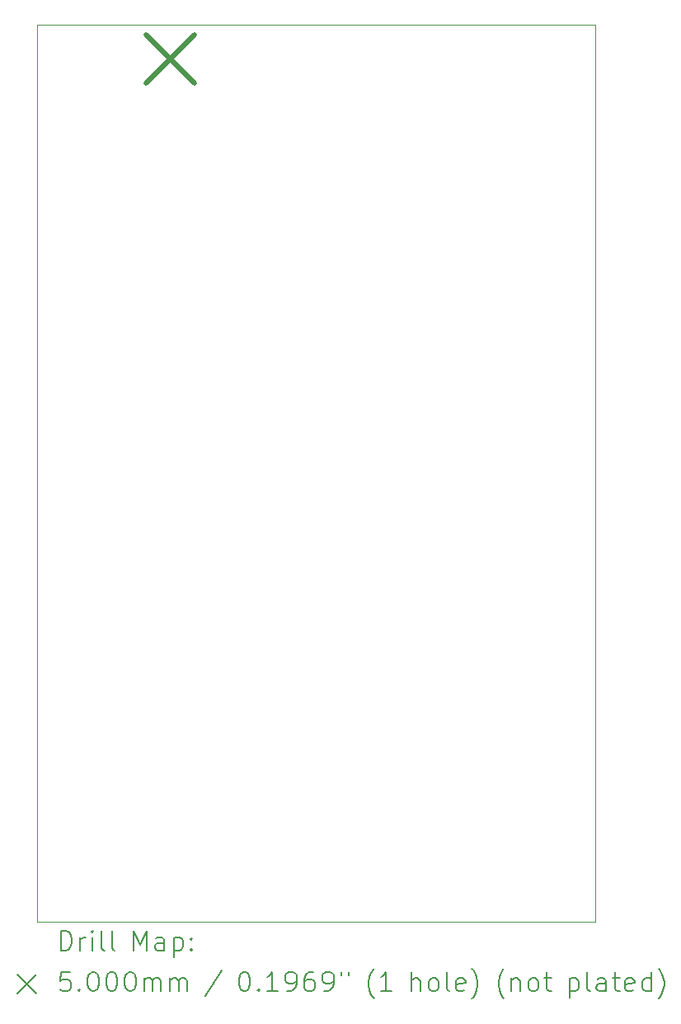
<source format=gbr>
%TF.GenerationSoftware,KiCad,Pcbnew,(7.0.0)*%
%TF.CreationDate,2023-02-19T21:47:51+01:00*%
%TF.ProjectId,Glitchifier9000,476c6974-6368-4696-9669-657239303030,rev?*%
%TF.SameCoordinates,Original*%
%TF.FileFunction,Drillmap*%
%TF.FilePolarity,Positive*%
%FSLAX45Y45*%
G04 Gerber Fmt 4.5, Leading zero omitted, Abs format (unit mm)*
G04 Created by KiCad (PCBNEW (7.0.0)) date 2023-02-19 21:47:51*
%MOMM*%
%LPD*%
G01*
G04 APERTURE LIST*
%ADD10C,0.038100*%
%ADD11C,0.200000*%
%ADD12C,0.500000*%
G04 APERTURE END LIST*
D10*
X10541000Y-4762500D02*
X16273780Y-4762500D01*
X16273780Y-4762500D02*
X16273780Y-13972540D01*
X16273780Y-13972540D02*
X10541000Y-13972540D01*
X10541000Y-13972540D02*
X10541000Y-4762500D01*
D11*
D12*
X11662600Y-4868100D02*
X12162600Y-5368100D01*
X12162600Y-4868100D02*
X11662600Y-5368100D01*
D11*
X10786714Y-14267921D02*
X10786714Y-14067921D01*
X10786714Y-14067921D02*
X10834333Y-14067921D01*
X10834333Y-14067921D02*
X10862905Y-14077445D01*
X10862905Y-14077445D02*
X10881952Y-14096493D01*
X10881952Y-14096493D02*
X10891476Y-14115540D01*
X10891476Y-14115540D02*
X10901000Y-14153635D01*
X10901000Y-14153635D02*
X10901000Y-14182207D01*
X10901000Y-14182207D02*
X10891476Y-14220302D01*
X10891476Y-14220302D02*
X10881952Y-14239350D01*
X10881952Y-14239350D02*
X10862905Y-14258397D01*
X10862905Y-14258397D02*
X10834333Y-14267921D01*
X10834333Y-14267921D02*
X10786714Y-14267921D01*
X10986714Y-14267921D02*
X10986714Y-14134588D01*
X10986714Y-14172683D02*
X10996238Y-14153635D01*
X10996238Y-14153635D02*
X11005762Y-14144112D01*
X11005762Y-14144112D02*
X11024809Y-14134588D01*
X11024809Y-14134588D02*
X11043857Y-14134588D01*
X11110524Y-14267921D02*
X11110524Y-14134588D01*
X11110524Y-14067921D02*
X11101000Y-14077445D01*
X11101000Y-14077445D02*
X11110524Y-14086969D01*
X11110524Y-14086969D02*
X11120047Y-14077445D01*
X11120047Y-14077445D02*
X11110524Y-14067921D01*
X11110524Y-14067921D02*
X11110524Y-14086969D01*
X11234333Y-14267921D02*
X11215285Y-14258397D01*
X11215285Y-14258397D02*
X11205762Y-14239350D01*
X11205762Y-14239350D02*
X11205762Y-14067921D01*
X11339095Y-14267921D02*
X11320047Y-14258397D01*
X11320047Y-14258397D02*
X11310523Y-14239350D01*
X11310523Y-14239350D02*
X11310523Y-14067921D01*
X11535285Y-14267921D02*
X11535285Y-14067921D01*
X11535285Y-14067921D02*
X11601952Y-14210778D01*
X11601952Y-14210778D02*
X11668619Y-14067921D01*
X11668619Y-14067921D02*
X11668619Y-14267921D01*
X11849571Y-14267921D02*
X11849571Y-14163159D01*
X11849571Y-14163159D02*
X11840047Y-14144112D01*
X11840047Y-14144112D02*
X11821000Y-14134588D01*
X11821000Y-14134588D02*
X11782904Y-14134588D01*
X11782904Y-14134588D02*
X11763857Y-14144112D01*
X11849571Y-14258397D02*
X11830523Y-14267921D01*
X11830523Y-14267921D02*
X11782904Y-14267921D01*
X11782904Y-14267921D02*
X11763857Y-14258397D01*
X11763857Y-14258397D02*
X11754333Y-14239350D01*
X11754333Y-14239350D02*
X11754333Y-14220302D01*
X11754333Y-14220302D02*
X11763857Y-14201254D01*
X11763857Y-14201254D02*
X11782904Y-14191731D01*
X11782904Y-14191731D02*
X11830523Y-14191731D01*
X11830523Y-14191731D02*
X11849571Y-14182207D01*
X11944809Y-14134588D02*
X11944809Y-14334588D01*
X11944809Y-14144112D02*
X11963857Y-14134588D01*
X11963857Y-14134588D02*
X12001952Y-14134588D01*
X12001952Y-14134588D02*
X12021000Y-14144112D01*
X12021000Y-14144112D02*
X12030523Y-14153635D01*
X12030523Y-14153635D02*
X12040047Y-14172683D01*
X12040047Y-14172683D02*
X12040047Y-14229826D01*
X12040047Y-14229826D02*
X12030523Y-14248873D01*
X12030523Y-14248873D02*
X12021000Y-14258397D01*
X12021000Y-14258397D02*
X12001952Y-14267921D01*
X12001952Y-14267921D02*
X11963857Y-14267921D01*
X11963857Y-14267921D02*
X11944809Y-14258397D01*
X12125762Y-14248873D02*
X12135285Y-14258397D01*
X12135285Y-14258397D02*
X12125762Y-14267921D01*
X12125762Y-14267921D02*
X12116238Y-14258397D01*
X12116238Y-14258397D02*
X12125762Y-14248873D01*
X12125762Y-14248873D02*
X12125762Y-14267921D01*
X12125762Y-14144112D02*
X12135285Y-14153635D01*
X12135285Y-14153635D02*
X12125762Y-14163159D01*
X12125762Y-14163159D02*
X12116238Y-14153635D01*
X12116238Y-14153635D02*
X12125762Y-14144112D01*
X12125762Y-14144112D02*
X12125762Y-14163159D01*
X10339095Y-14514445D02*
X10539095Y-14714445D01*
X10539095Y-14514445D02*
X10339095Y-14714445D01*
X10881952Y-14487921D02*
X10786714Y-14487921D01*
X10786714Y-14487921D02*
X10777190Y-14583159D01*
X10777190Y-14583159D02*
X10786714Y-14573635D01*
X10786714Y-14573635D02*
X10805762Y-14564112D01*
X10805762Y-14564112D02*
X10853381Y-14564112D01*
X10853381Y-14564112D02*
X10872428Y-14573635D01*
X10872428Y-14573635D02*
X10881952Y-14583159D01*
X10881952Y-14583159D02*
X10891476Y-14602207D01*
X10891476Y-14602207D02*
X10891476Y-14649826D01*
X10891476Y-14649826D02*
X10881952Y-14668873D01*
X10881952Y-14668873D02*
X10872428Y-14678397D01*
X10872428Y-14678397D02*
X10853381Y-14687921D01*
X10853381Y-14687921D02*
X10805762Y-14687921D01*
X10805762Y-14687921D02*
X10786714Y-14678397D01*
X10786714Y-14678397D02*
X10777190Y-14668873D01*
X10977190Y-14668873D02*
X10986714Y-14678397D01*
X10986714Y-14678397D02*
X10977190Y-14687921D01*
X10977190Y-14687921D02*
X10967666Y-14678397D01*
X10967666Y-14678397D02*
X10977190Y-14668873D01*
X10977190Y-14668873D02*
X10977190Y-14687921D01*
X11110524Y-14487921D02*
X11129571Y-14487921D01*
X11129571Y-14487921D02*
X11148619Y-14497445D01*
X11148619Y-14497445D02*
X11158143Y-14506969D01*
X11158143Y-14506969D02*
X11167666Y-14526016D01*
X11167666Y-14526016D02*
X11177190Y-14564112D01*
X11177190Y-14564112D02*
X11177190Y-14611731D01*
X11177190Y-14611731D02*
X11167666Y-14649826D01*
X11167666Y-14649826D02*
X11158143Y-14668873D01*
X11158143Y-14668873D02*
X11148619Y-14678397D01*
X11148619Y-14678397D02*
X11129571Y-14687921D01*
X11129571Y-14687921D02*
X11110524Y-14687921D01*
X11110524Y-14687921D02*
X11091476Y-14678397D01*
X11091476Y-14678397D02*
X11081952Y-14668873D01*
X11081952Y-14668873D02*
X11072428Y-14649826D01*
X11072428Y-14649826D02*
X11062905Y-14611731D01*
X11062905Y-14611731D02*
X11062905Y-14564112D01*
X11062905Y-14564112D02*
X11072428Y-14526016D01*
X11072428Y-14526016D02*
X11081952Y-14506969D01*
X11081952Y-14506969D02*
X11091476Y-14497445D01*
X11091476Y-14497445D02*
X11110524Y-14487921D01*
X11301000Y-14487921D02*
X11320047Y-14487921D01*
X11320047Y-14487921D02*
X11339095Y-14497445D01*
X11339095Y-14497445D02*
X11348619Y-14506969D01*
X11348619Y-14506969D02*
X11358143Y-14526016D01*
X11358143Y-14526016D02*
X11367666Y-14564112D01*
X11367666Y-14564112D02*
X11367666Y-14611731D01*
X11367666Y-14611731D02*
X11358143Y-14649826D01*
X11358143Y-14649826D02*
X11348619Y-14668873D01*
X11348619Y-14668873D02*
X11339095Y-14678397D01*
X11339095Y-14678397D02*
X11320047Y-14687921D01*
X11320047Y-14687921D02*
X11301000Y-14687921D01*
X11301000Y-14687921D02*
X11281952Y-14678397D01*
X11281952Y-14678397D02*
X11272428Y-14668873D01*
X11272428Y-14668873D02*
X11262904Y-14649826D01*
X11262904Y-14649826D02*
X11253381Y-14611731D01*
X11253381Y-14611731D02*
X11253381Y-14564112D01*
X11253381Y-14564112D02*
X11262904Y-14526016D01*
X11262904Y-14526016D02*
X11272428Y-14506969D01*
X11272428Y-14506969D02*
X11281952Y-14497445D01*
X11281952Y-14497445D02*
X11301000Y-14487921D01*
X11491476Y-14487921D02*
X11510524Y-14487921D01*
X11510524Y-14487921D02*
X11529571Y-14497445D01*
X11529571Y-14497445D02*
X11539095Y-14506969D01*
X11539095Y-14506969D02*
X11548619Y-14526016D01*
X11548619Y-14526016D02*
X11558143Y-14564112D01*
X11558143Y-14564112D02*
X11558143Y-14611731D01*
X11558143Y-14611731D02*
X11548619Y-14649826D01*
X11548619Y-14649826D02*
X11539095Y-14668873D01*
X11539095Y-14668873D02*
X11529571Y-14678397D01*
X11529571Y-14678397D02*
X11510524Y-14687921D01*
X11510524Y-14687921D02*
X11491476Y-14687921D01*
X11491476Y-14687921D02*
X11472428Y-14678397D01*
X11472428Y-14678397D02*
X11462904Y-14668873D01*
X11462904Y-14668873D02*
X11453381Y-14649826D01*
X11453381Y-14649826D02*
X11443857Y-14611731D01*
X11443857Y-14611731D02*
X11443857Y-14564112D01*
X11443857Y-14564112D02*
X11453381Y-14526016D01*
X11453381Y-14526016D02*
X11462904Y-14506969D01*
X11462904Y-14506969D02*
X11472428Y-14497445D01*
X11472428Y-14497445D02*
X11491476Y-14487921D01*
X11643857Y-14687921D02*
X11643857Y-14554588D01*
X11643857Y-14573635D02*
X11653381Y-14564112D01*
X11653381Y-14564112D02*
X11672428Y-14554588D01*
X11672428Y-14554588D02*
X11701000Y-14554588D01*
X11701000Y-14554588D02*
X11720047Y-14564112D01*
X11720047Y-14564112D02*
X11729571Y-14583159D01*
X11729571Y-14583159D02*
X11729571Y-14687921D01*
X11729571Y-14583159D02*
X11739095Y-14564112D01*
X11739095Y-14564112D02*
X11758143Y-14554588D01*
X11758143Y-14554588D02*
X11786714Y-14554588D01*
X11786714Y-14554588D02*
X11805762Y-14564112D01*
X11805762Y-14564112D02*
X11815285Y-14583159D01*
X11815285Y-14583159D02*
X11815285Y-14687921D01*
X11910524Y-14687921D02*
X11910524Y-14554588D01*
X11910524Y-14573635D02*
X11920047Y-14564112D01*
X11920047Y-14564112D02*
X11939095Y-14554588D01*
X11939095Y-14554588D02*
X11967666Y-14554588D01*
X11967666Y-14554588D02*
X11986714Y-14564112D01*
X11986714Y-14564112D02*
X11996238Y-14583159D01*
X11996238Y-14583159D02*
X11996238Y-14687921D01*
X11996238Y-14583159D02*
X12005762Y-14564112D01*
X12005762Y-14564112D02*
X12024809Y-14554588D01*
X12024809Y-14554588D02*
X12053381Y-14554588D01*
X12053381Y-14554588D02*
X12072428Y-14564112D01*
X12072428Y-14564112D02*
X12081952Y-14583159D01*
X12081952Y-14583159D02*
X12081952Y-14687921D01*
X12440047Y-14478397D02*
X12268619Y-14735540D01*
X12664809Y-14487921D02*
X12683857Y-14487921D01*
X12683857Y-14487921D02*
X12702905Y-14497445D01*
X12702905Y-14497445D02*
X12712428Y-14506969D01*
X12712428Y-14506969D02*
X12721952Y-14526016D01*
X12721952Y-14526016D02*
X12731476Y-14564112D01*
X12731476Y-14564112D02*
X12731476Y-14611731D01*
X12731476Y-14611731D02*
X12721952Y-14649826D01*
X12721952Y-14649826D02*
X12712428Y-14668873D01*
X12712428Y-14668873D02*
X12702905Y-14678397D01*
X12702905Y-14678397D02*
X12683857Y-14687921D01*
X12683857Y-14687921D02*
X12664809Y-14687921D01*
X12664809Y-14687921D02*
X12645762Y-14678397D01*
X12645762Y-14678397D02*
X12636238Y-14668873D01*
X12636238Y-14668873D02*
X12626714Y-14649826D01*
X12626714Y-14649826D02*
X12617190Y-14611731D01*
X12617190Y-14611731D02*
X12617190Y-14564112D01*
X12617190Y-14564112D02*
X12626714Y-14526016D01*
X12626714Y-14526016D02*
X12636238Y-14506969D01*
X12636238Y-14506969D02*
X12645762Y-14497445D01*
X12645762Y-14497445D02*
X12664809Y-14487921D01*
X12817190Y-14668873D02*
X12826714Y-14678397D01*
X12826714Y-14678397D02*
X12817190Y-14687921D01*
X12817190Y-14687921D02*
X12807666Y-14678397D01*
X12807666Y-14678397D02*
X12817190Y-14668873D01*
X12817190Y-14668873D02*
X12817190Y-14687921D01*
X13017190Y-14687921D02*
X12902905Y-14687921D01*
X12960047Y-14687921D02*
X12960047Y-14487921D01*
X12960047Y-14487921D02*
X12941000Y-14516493D01*
X12941000Y-14516493D02*
X12921952Y-14535540D01*
X12921952Y-14535540D02*
X12902905Y-14545064D01*
X13112428Y-14687921D02*
X13150524Y-14687921D01*
X13150524Y-14687921D02*
X13169571Y-14678397D01*
X13169571Y-14678397D02*
X13179095Y-14668873D01*
X13179095Y-14668873D02*
X13198143Y-14640302D01*
X13198143Y-14640302D02*
X13207666Y-14602207D01*
X13207666Y-14602207D02*
X13207666Y-14526016D01*
X13207666Y-14526016D02*
X13198143Y-14506969D01*
X13198143Y-14506969D02*
X13188619Y-14497445D01*
X13188619Y-14497445D02*
X13169571Y-14487921D01*
X13169571Y-14487921D02*
X13131476Y-14487921D01*
X13131476Y-14487921D02*
X13112428Y-14497445D01*
X13112428Y-14497445D02*
X13102905Y-14506969D01*
X13102905Y-14506969D02*
X13093381Y-14526016D01*
X13093381Y-14526016D02*
X13093381Y-14573635D01*
X13093381Y-14573635D02*
X13102905Y-14592683D01*
X13102905Y-14592683D02*
X13112428Y-14602207D01*
X13112428Y-14602207D02*
X13131476Y-14611731D01*
X13131476Y-14611731D02*
X13169571Y-14611731D01*
X13169571Y-14611731D02*
X13188619Y-14602207D01*
X13188619Y-14602207D02*
X13198143Y-14592683D01*
X13198143Y-14592683D02*
X13207666Y-14573635D01*
X13379095Y-14487921D02*
X13341000Y-14487921D01*
X13341000Y-14487921D02*
X13321952Y-14497445D01*
X13321952Y-14497445D02*
X13312428Y-14506969D01*
X13312428Y-14506969D02*
X13293381Y-14535540D01*
X13293381Y-14535540D02*
X13283857Y-14573635D01*
X13283857Y-14573635D02*
X13283857Y-14649826D01*
X13283857Y-14649826D02*
X13293381Y-14668873D01*
X13293381Y-14668873D02*
X13302905Y-14678397D01*
X13302905Y-14678397D02*
X13321952Y-14687921D01*
X13321952Y-14687921D02*
X13360047Y-14687921D01*
X13360047Y-14687921D02*
X13379095Y-14678397D01*
X13379095Y-14678397D02*
X13388619Y-14668873D01*
X13388619Y-14668873D02*
X13398143Y-14649826D01*
X13398143Y-14649826D02*
X13398143Y-14602207D01*
X13398143Y-14602207D02*
X13388619Y-14583159D01*
X13388619Y-14583159D02*
X13379095Y-14573635D01*
X13379095Y-14573635D02*
X13360047Y-14564112D01*
X13360047Y-14564112D02*
X13321952Y-14564112D01*
X13321952Y-14564112D02*
X13302905Y-14573635D01*
X13302905Y-14573635D02*
X13293381Y-14583159D01*
X13293381Y-14583159D02*
X13283857Y-14602207D01*
X13493381Y-14687921D02*
X13531476Y-14687921D01*
X13531476Y-14687921D02*
X13550524Y-14678397D01*
X13550524Y-14678397D02*
X13560047Y-14668873D01*
X13560047Y-14668873D02*
X13579095Y-14640302D01*
X13579095Y-14640302D02*
X13588619Y-14602207D01*
X13588619Y-14602207D02*
X13588619Y-14526016D01*
X13588619Y-14526016D02*
X13579095Y-14506969D01*
X13579095Y-14506969D02*
X13569571Y-14497445D01*
X13569571Y-14497445D02*
X13550524Y-14487921D01*
X13550524Y-14487921D02*
X13512428Y-14487921D01*
X13512428Y-14487921D02*
X13493381Y-14497445D01*
X13493381Y-14497445D02*
X13483857Y-14506969D01*
X13483857Y-14506969D02*
X13474333Y-14526016D01*
X13474333Y-14526016D02*
X13474333Y-14573635D01*
X13474333Y-14573635D02*
X13483857Y-14592683D01*
X13483857Y-14592683D02*
X13493381Y-14602207D01*
X13493381Y-14602207D02*
X13512428Y-14611731D01*
X13512428Y-14611731D02*
X13550524Y-14611731D01*
X13550524Y-14611731D02*
X13569571Y-14602207D01*
X13569571Y-14602207D02*
X13579095Y-14592683D01*
X13579095Y-14592683D02*
X13588619Y-14573635D01*
X13664809Y-14487921D02*
X13664809Y-14526016D01*
X13741000Y-14487921D02*
X13741000Y-14526016D01*
X14003857Y-14764112D02*
X13994333Y-14754588D01*
X13994333Y-14754588D02*
X13975286Y-14726016D01*
X13975286Y-14726016D02*
X13965762Y-14706969D01*
X13965762Y-14706969D02*
X13956238Y-14678397D01*
X13956238Y-14678397D02*
X13946714Y-14630778D01*
X13946714Y-14630778D02*
X13946714Y-14592683D01*
X13946714Y-14592683D02*
X13956238Y-14545064D01*
X13956238Y-14545064D02*
X13965762Y-14516493D01*
X13965762Y-14516493D02*
X13975286Y-14497445D01*
X13975286Y-14497445D02*
X13994333Y-14468873D01*
X13994333Y-14468873D02*
X14003857Y-14459350D01*
X14184809Y-14687921D02*
X14070524Y-14687921D01*
X14127666Y-14687921D02*
X14127666Y-14487921D01*
X14127666Y-14487921D02*
X14108619Y-14516493D01*
X14108619Y-14516493D02*
X14089571Y-14535540D01*
X14089571Y-14535540D02*
X14070524Y-14545064D01*
X14390524Y-14687921D02*
X14390524Y-14487921D01*
X14476238Y-14687921D02*
X14476238Y-14583159D01*
X14476238Y-14583159D02*
X14466714Y-14564112D01*
X14466714Y-14564112D02*
X14447667Y-14554588D01*
X14447667Y-14554588D02*
X14419095Y-14554588D01*
X14419095Y-14554588D02*
X14400047Y-14564112D01*
X14400047Y-14564112D02*
X14390524Y-14573635D01*
X14600047Y-14687921D02*
X14581000Y-14678397D01*
X14581000Y-14678397D02*
X14571476Y-14668873D01*
X14571476Y-14668873D02*
X14561952Y-14649826D01*
X14561952Y-14649826D02*
X14561952Y-14592683D01*
X14561952Y-14592683D02*
X14571476Y-14573635D01*
X14571476Y-14573635D02*
X14581000Y-14564112D01*
X14581000Y-14564112D02*
X14600047Y-14554588D01*
X14600047Y-14554588D02*
X14628619Y-14554588D01*
X14628619Y-14554588D02*
X14647667Y-14564112D01*
X14647667Y-14564112D02*
X14657190Y-14573635D01*
X14657190Y-14573635D02*
X14666714Y-14592683D01*
X14666714Y-14592683D02*
X14666714Y-14649826D01*
X14666714Y-14649826D02*
X14657190Y-14668873D01*
X14657190Y-14668873D02*
X14647667Y-14678397D01*
X14647667Y-14678397D02*
X14628619Y-14687921D01*
X14628619Y-14687921D02*
X14600047Y-14687921D01*
X14781000Y-14687921D02*
X14761952Y-14678397D01*
X14761952Y-14678397D02*
X14752428Y-14659350D01*
X14752428Y-14659350D02*
X14752428Y-14487921D01*
X14933381Y-14678397D02*
X14914333Y-14687921D01*
X14914333Y-14687921D02*
X14876238Y-14687921D01*
X14876238Y-14687921D02*
X14857190Y-14678397D01*
X14857190Y-14678397D02*
X14847667Y-14659350D01*
X14847667Y-14659350D02*
X14847667Y-14583159D01*
X14847667Y-14583159D02*
X14857190Y-14564112D01*
X14857190Y-14564112D02*
X14876238Y-14554588D01*
X14876238Y-14554588D02*
X14914333Y-14554588D01*
X14914333Y-14554588D02*
X14933381Y-14564112D01*
X14933381Y-14564112D02*
X14942905Y-14583159D01*
X14942905Y-14583159D02*
X14942905Y-14602207D01*
X14942905Y-14602207D02*
X14847667Y-14621254D01*
X15009571Y-14764112D02*
X15019095Y-14754588D01*
X15019095Y-14754588D02*
X15038143Y-14726016D01*
X15038143Y-14726016D02*
X15047667Y-14706969D01*
X15047667Y-14706969D02*
X15057190Y-14678397D01*
X15057190Y-14678397D02*
X15066714Y-14630778D01*
X15066714Y-14630778D02*
X15066714Y-14592683D01*
X15066714Y-14592683D02*
X15057190Y-14545064D01*
X15057190Y-14545064D02*
X15047667Y-14516493D01*
X15047667Y-14516493D02*
X15038143Y-14497445D01*
X15038143Y-14497445D02*
X15019095Y-14468873D01*
X15019095Y-14468873D02*
X15009571Y-14459350D01*
X15339095Y-14764112D02*
X15329571Y-14754588D01*
X15329571Y-14754588D02*
X15310524Y-14726016D01*
X15310524Y-14726016D02*
X15301000Y-14706969D01*
X15301000Y-14706969D02*
X15291476Y-14678397D01*
X15291476Y-14678397D02*
X15281952Y-14630778D01*
X15281952Y-14630778D02*
X15281952Y-14592683D01*
X15281952Y-14592683D02*
X15291476Y-14545064D01*
X15291476Y-14545064D02*
X15301000Y-14516493D01*
X15301000Y-14516493D02*
X15310524Y-14497445D01*
X15310524Y-14497445D02*
X15329571Y-14468873D01*
X15329571Y-14468873D02*
X15339095Y-14459350D01*
X15415286Y-14554588D02*
X15415286Y-14687921D01*
X15415286Y-14573635D02*
X15424809Y-14564112D01*
X15424809Y-14564112D02*
X15443857Y-14554588D01*
X15443857Y-14554588D02*
X15472428Y-14554588D01*
X15472428Y-14554588D02*
X15491476Y-14564112D01*
X15491476Y-14564112D02*
X15501000Y-14583159D01*
X15501000Y-14583159D02*
X15501000Y-14687921D01*
X15624809Y-14687921D02*
X15605762Y-14678397D01*
X15605762Y-14678397D02*
X15596238Y-14668873D01*
X15596238Y-14668873D02*
X15586714Y-14649826D01*
X15586714Y-14649826D02*
X15586714Y-14592683D01*
X15586714Y-14592683D02*
X15596238Y-14573635D01*
X15596238Y-14573635D02*
X15605762Y-14564112D01*
X15605762Y-14564112D02*
X15624809Y-14554588D01*
X15624809Y-14554588D02*
X15653381Y-14554588D01*
X15653381Y-14554588D02*
X15672428Y-14564112D01*
X15672428Y-14564112D02*
X15681952Y-14573635D01*
X15681952Y-14573635D02*
X15691476Y-14592683D01*
X15691476Y-14592683D02*
X15691476Y-14649826D01*
X15691476Y-14649826D02*
X15681952Y-14668873D01*
X15681952Y-14668873D02*
X15672428Y-14678397D01*
X15672428Y-14678397D02*
X15653381Y-14687921D01*
X15653381Y-14687921D02*
X15624809Y-14687921D01*
X15748619Y-14554588D02*
X15824809Y-14554588D01*
X15777190Y-14487921D02*
X15777190Y-14659350D01*
X15777190Y-14659350D02*
X15786714Y-14678397D01*
X15786714Y-14678397D02*
X15805762Y-14687921D01*
X15805762Y-14687921D02*
X15824809Y-14687921D01*
X16011476Y-14554588D02*
X16011476Y-14754588D01*
X16011476Y-14564112D02*
X16030524Y-14554588D01*
X16030524Y-14554588D02*
X16068619Y-14554588D01*
X16068619Y-14554588D02*
X16087667Y-14564112D01*
X16087667Y-14564112D02*
X16097190Y-14573635D01*
X16097190Y-14573635D02*
X16106714Y-14592683D01*
X16106714Y-14592683D02*
X16106714Y-14649826D01*
X16106714Y-14649826D02*
X16097190Y-14668873D01*
X16097190Y-14668873D02*
X16087667Y-14678397D01*
X16087667Y-14678397D02*
X16068619Y-14687921D01*
X16068619Y-14687921D02*
X16030524Y-14687921D01*
X16030524Y-14687921D02*
X16011476Y-14678397D01*
X16221000Y-14687921D02*
X16201952Y-14678397D01*
X16201952Y-14678397D02*
X16192428Y-14659350D01*
X16192428Y-14659350D02*
X16192428Y-14487921D01*
X16382905Y-14687921D02*
X16382905Y-14583159D01*
X16382905Y-14583159D02*
X16373381Y-14564112D01*
X16373381Y-14564112D02*
X16354333Y-14554588D01*
X16354333Y-14554588D02*
X16316238Y-14554588D01*
X16316238Y-14554588D02*
X16297190Y-14564112D01*
X16382905Y-14678397D02*
X16363857Y-14687921D01*
X16363857Y-14687921D02*
X16316238Y-14687921D01*
X16316238Y-14687921D02*
X16297190Y-14678397D01*
X16297190Y-14678397D02*
X16287667Y-14659350D01*
X16287667Y-14659350D02*
X16287667Y-14640302D01*
X16287667Y-14640302D02*
X16297190Y-14621254D01*
X16297190Y-14621254D02*
X16316238Y-14611731D01*
X16316238Y-14611731D02*
X16363857Y-14611731D01*
X16363857Y-14611731D02*
X16382905Y-14602207D01*
X16449571Y-14554588D02*
X16525762Y-14554588D01*
X16478143Y-14487921D02*
X16478143Y-14659350D01*
X16478143Y-14659350D02*
X16487667Y-14678397D01*
X16487667Y-14678397D02*
X16506714Y-14687921D01*
X16506714Y-14687921D02*
X16525762Y-14687921D01*
X16668619Y-14678397D02*
X16649571Y-14687921D01*
X16649571Y-14687921D02*
X16611476Y-14687921D01*
X16611476Y-14687921D02*
X16592428Y-14678397D01*
X16592428Y-14678397D02*
X16582905Y-14659350D01*
X16582905Y-14659350D02*
X16582905Y-14583159D01*
X16582905Y-14583159D02*
X16592428Y-14564112D01*
X16592428Y-14564112D02*
X16611476Y-14554588D01*
X16611476Y-14554588D02*
X16649571Y-14554588D01*
X16649571Y-14554588D02*
X16668619Y-14564112D01*
X16668619Y-14564112D02*
X16678143Y-14583159D01*
X16678143Y-14583159D02*
X16678143Y-14602207D01*
X16678143Y-14602207D02*
X16582905Y-14621254D01*
X16849571Y-14687921D02*
X16849571Y-14487921D01*
X16849571Y-14678397D02*
X16830524Y-14687921D01*
X16830524Y-14687921D02*
X16792429Y-14687921D01*
X16792429Y-14687921D02*
X16773381Y-14678397D01*
X16773381Y-14678397D02*
X16763857Y-14668873D01*
X16763857Y-14668873D02*
X16754333Y-14649826D01*
X16754333Y-14649826D02*
X16754333Y-14592683D01*
X16754333Y-14592683D02*
X16763857Y-14573635D01*
X16763857Y-14573635D02*
X16773381Y-14564112D01*
X16773381Y-14564112D02*
X16792429Y-14554588D01*
X16792429Y-14554588D02*
X16830524Y-14554588D01*
X16830524Y-14554588D02*
X16849571Y-14564112D01*
X16925762Y-14764112D02*
X16935286Y-14754588D01*
X16935286Y-14754588D02*
X16954333Y-14726016D01*
X16954333Y-14726016D02*
X16963857Y-14706969D01*
X16963857Y-14706969D02*
X16973381Y-14678397D01*
X16973381Y-14678397D02*
X16982905Y-14630778D01*
X16982905Y-14630778D02*
X16982905Y-14592683D01*
X16982905Y-14592683D02*
X16973381Y-14545064D01*
X16973381Y-14545064D02*
X16963857Y-14516493D01*
X16963857Y-14516493D02*
X16954333Y-14497445D01*
X16954333Y-14497445D02*
X16935286Y-14468873D01*
X16935286Y-14468873D02*
X16925762Y-14459350D01*
M02*

</source>
